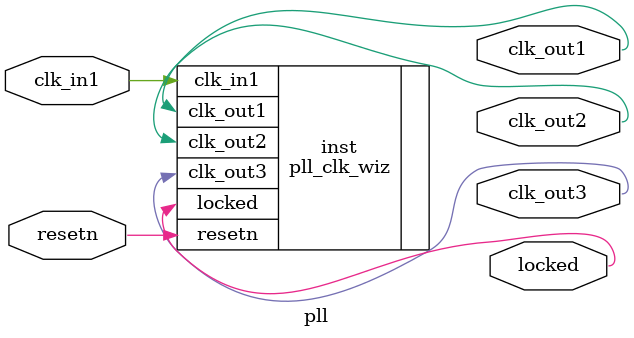
<source format=v>


`timescale 1ps/1ps

(* CORE_GENERATION_INFO = "pll,clk_wiz_v6_0_2_0_0,{component_name=pll,use_phase_alignment=true,use_min_o_jitter=false,use_max_i_jitter=false,use_dyn_phase_shift=false,use_inclk_switchover=false,use_dyn_reconfig=false,enable_axi=0,feedback_source=FDBK_AUTO,PRIMITIVE=PLL,num_out_clk=3,clkin1_period=20.000,clkin2_period=10.0,use_power_down=false,use_reset=true,use_locked=true,use_inclk_stopped=false,feedback_type=SINGLE,CLOCK_MGR_TYPE=NA,manual_override=false}" *)

module pll 
 (
  // Clock out ports
  output        clk_out1,
  output        clk_out2,
  output        clk_out3,
  // Status and control signals
  input         resetn,
  output        locked,
 // Clock in ports
  input         clk_in1
 );

  pll_clk_wiz inst
  (
  // Clock out ports  
  .clk_out1(clk_out1),
  .clk_out2(clk_out2),
  .clk_out3(clk_out3),
  // Status and control signals               
  .resetn(resetn), 
  .locked(locked),
 // Clock in ports
  .clk_in1(clk_in1)
  );

endmodule

</source>
